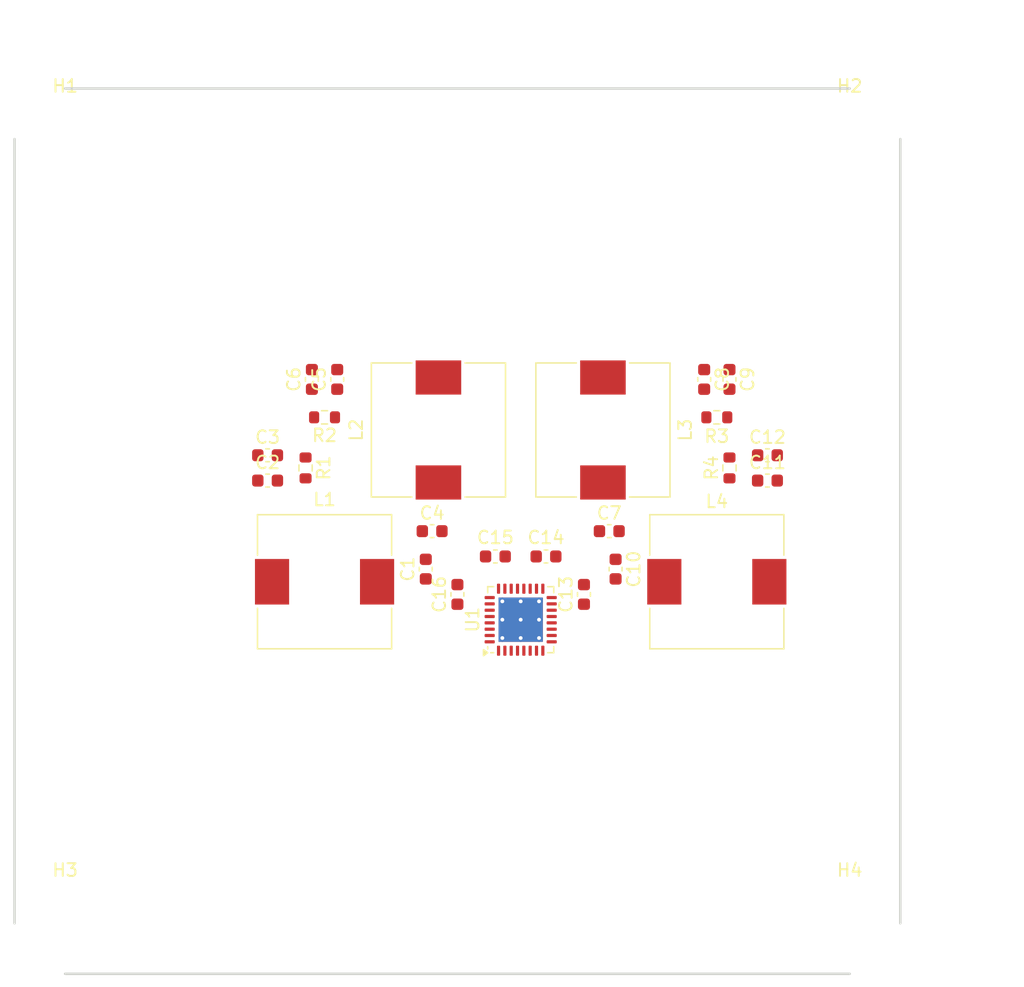
<source format=kicad_pcb>
(kicad_pcb (version 20240108) (generator "pcbnew") (generator_version "8.0")
  (layers (0 "F.Cu" signal) (31 "B.Cu" signal) (34 "B.Paste" user) (35 "F.Paste" user) (36 "B.SilkS" user "B.Silkscreen") (37 "F.SilkS" user "F.Silkscreen") (38 "B.Mask" user) (39 "F.Mask" user) (44 "Edge.Cuts" user))
  (net 0 "")
  (net 26 "GND")
  (net 27 "Net-(C2-Pad1)")
  (net 28 "Net-(C3-Pad2)")
  (net 29 "Net-(C5-Pad2)")
  (net 30 "Net-(C6-Pad1)")
  (net 31 "Net-(C8-Pad1)")
  (net 32 "Net-(C9-Pad2)")
  (net 33 "Net-(C11-Pad2)")
  (net 34 "Net-(C12-Pad1)")
  (net 35 "Net-(U1-OUTPR)")
  (net 36 "Net-(U1-OTNR)")
  (net 37 "Net-(U1-OUTNL)")
  (net 38 "Net-(U1-OUTPL)")
  (net 39 "Net-(U1-BSPL)")
  (net 40 "Net-(U1-BSNL)")
  (net 41 "Net-(U1-BSNR)")
  (net 42 "Net-(U1-BSPR)")
  (footprint "Capacitor_SMD:C_0603_1608Metric" (layer "F.Cu") (at 140 89)
    (property "Reference" "C3" (at 0 -1.43 360) (layer "F.SilkS"))
    (property "Value" "10nF")
    (fp_line (start -0.14058 -0.51) (end 0.14058 -0.51) (stroke (width 0.12)) (layer "F.SilkS"))
    (fp_line (start -0.14058 0.51) (end 0.14058 0.51) (stroke (width 0.12)) (layer "F.SilkS"))
    (pad "1" smd roundrect (at -0.775 0) (size 0.9 0.95) (layers "F.Cu" "F.Paste" "F.Mask") (net 27 "Net-(C2-Pad1)"))
    (pad "2" smd roundrect (at 0.775 0) (size 0.9 0.95) (layers "F.Cu" "F.Paste" "F.Mask") (net 28 "Net-(C3-Pad2)"))
  )
  (footprint "Capacitor_SMD:C_0603_1608Metric" (layer "F.Cu") (at 176.5 83 -90)
    (property "Reference" "C9" (at 0 -1.43 90) (layer "F.SilkS"))
    (property "Value" "10nF")
    (fp_line (start -0.14058 0.51) (end 0.14058 0.51) (stroke (width 0.12)) (layer "F.SilkS"))
    (fp_line (start -0.14058 -0.51) (end 0.14058 -0.51) (stroke (width 0.12)) (layer "F.SilkS"))
    (pad "1" smd roundrect (at -0.775 0 270) (size 0.9 0.95) (layers "F.Cu" "F.Paste" "F.Mask") (net 31 "Net-(C8-Pad1)"))
    (pad "2" smd roundrect (at 0.775 0 270) (size 0.9 0.95) (layers "F.Cu" "F.Paste" "F.Mask") (net 32 "Net-(C9-Pad2)"))
  )
  (footprint "MountingHole:MountingHole_3.2mm_M3" (layer "F.Cu") (at 124 126)
    (property "Reference" "H3" (at 0 -4.2 0) (layer "F.SilkS"))
    (property "Value" "MountingHole")
    (pad "" np_thru_hole circle (at 0 0) (size 3.2 3.2) (drill 3.2) (layers "*.Cu" "*.Mask"))
  )
  (footprint "Capacitor_SMD:C_0603_1608Metric" (layer "F.Cu") (at 143.5 83 90)
    (property "Reference" "C6" (at 0 -1.43 270) (layer "F.SilkS"))
    (property "Value" "10nF")
    (fp_line (start -0.14058 -0.51) (end 0.14058 -0.51) (stroke (width 0.12)) (layer "F.SilkS"))
    (fp_line (start -0.14058 0.51) (end 0.14058 0.51) (stroke (width 0.12)) (layer "F.SilkS"))
    (pad "1" smd roundrect (at -0.775 0 90) (size 0.9 0.95) (layers "F.Cu" "F.Paste" "F.Mask") (net 30 "Net-(C6-Pad1)"))
    (pad "2" smd roundrect (at 0.775 0 90) (size 0.9 0.95) (layers "F.Cu" "F.Paste" "F.Mask") (net 29 "Net-(C5-Pad2)"))
  )
  (footprint "Resistor_SMD:R_0603_1608Metric" (layer "F.Cu") (at 144.5 86 180)
    (property "Reference" "R2" (at 0 -1.43 180) (layer "F.SilkS"))
    (property "Value" "3R3")
    (fp_line (start -0.237258 0.5225) (end 0.237258 0.5225) (stroke (width 0.12)) (layer "F.SilkS"))
    (fp_line (start -0.237258 -0.5225) (end 0.237258 -0.5225) (stroke (width 0.12)) (layer "F.SilkS"))
    (pad "1" smd roundrect (at -0.825 0 180) (size 0.8 0.95) (layers "F.Cu" "F.Paste" "F.Mask") (net 26 "GND"))
    (pad "2" smd roundrect (at 0.825 0 180) (size 0.8 0.95) (layers "F.Cu" "F.Paste" "F.Mask") (net 30 "Net-(C6-Pad1)"))
  )
  (footprint "Capacitor_SMD:C_0603_1608Metric" (layer "F.Cu") (at 145.5 83 90)
    (property "Reference" "C5" (at 0 -1.43 270) (layer "F.SilkS"))
    (property "Value" "1nF")
    (fp_line (start -0.14058 -0.51) (end 0.14058 -0.51) (stroke (width 0.12)) (layer "F.SilkS"))
    (fp_line (start -0.14058 0.51) (end 0.14058 0.51) (stroke (width 0.12)) (layer "F.SilkS"))
    (pad "1" smd roundrect (at -0.775 0 90) (size 0.9 0.95) (layers "F.Cu" "F.Paste" "F.Mask") (net 26 "GND"))
    (pad "2" smd roundrect (at 0.775 0 90) (size 0.9 0.95) (layers "F.Cu" "F.Paste" "F.Mask") (net 29 "Net-(C5-Pad2)"))
  )
  (footprint "Capacitor_SMD:C_0603_1608Metric" (layer "F.Cu") (at 152.5 98 90)
    (property "Reference" "C1" (at 0 -1.43 270) (layer "F.SilkS"))
    (property "Value" "680nF")
    (fp_line (start -0.14058 -0.51) (end 0.14058 -0.51) (stroke (width 0.12)) (layer "F.SilkS"))
    (fp_line (start -0.14058 0.51) (end 0.14058 0.51) (stroke (width 0.12)) (layer "F.SilkS"))
    (pad "1" smd roundrect (at -0.775 0 90) (size 0.9 0.95) (layers "F.Cu" "F.Paste" "F.Mask") (net 35 "Net-(U1-OUTPR)"))
    (pad "2" smd roundrect (at 0.775 0 90) (size 0.9 0.95) (layers "F.Cu" "F.Paste" "F.Mask") (net 26 "GND"))
  )
  (footprint "Capacitor_SMD:C_0603_1608Metric" (layer "F.Cu") (at 162 97)
    (property "Reference" "C14" (at 0 -1.5 0) (layer "F.SilkS"))
    (property "Value" "220nF")
    (fp_line (start -0.14058 -0.51) (end 0.14058 -0.51) (stroke (width 0.12)) (layer "F.SilkS"))
    (fp_line (start -0.14058 0.51) (end 0.14058 0.51) (stroke (width 0.12)) (layer "F.SilkS"))
    (pad "1" smd roundrect (at -0.775 0) (size 0.9 0.95) (layers "F.Cu" "F.Paste" "F.Mask") (net 40 "Net-(U1-BSNL)"))
    (pad "2" smd roundrect (at 0.775 0) (size 0.9 0.95) (layers "F.Cu" "F.Paste" "F.Mask") (net 37 "Net-(U1-OUTNL)"))
  )
  (footprint "Capacitor_SMD:C_0603_1608Metric" (layer "F.Cu") (at 179.5 89)
    (property "Reference" "C12" (at 0 -1.43 360) (layer "F.SilkS"))
    (property "Value" "10nF")
    (fp_line (start -0.14058 -0.51) (end 0.14058 -0.51) (stroke (width 0.12)) (layer "F.SilkS"))
    (fp_line (start -0.14058 0.51) (end 0.14058 0.51) (stroke (width 0.12)) (layer "F.SilkS"))
    (pad "1" smd roundrect (at -0.775 0) (size 0.9 0.95) (layers "F.Cu" "F.Paste" "F.Mask") (net 34 "Net-(C12-Pad1)"))
    (pad "2" smd roundrect (at 0.775 0) (size 0.9 0.95) (layers "F.Cu" "F.Paste" "F.Mask") (net 33 "Net-(C11-Pad2)"))
  )
  (footprint "Capacitor_SMD:C_0603_1608Metric" (layer "F.Cu") (at 153 95)
    (property "Reference" "C4" (at 0 -1.43 0) (layer "F.SilkS"))
    (property "Value" "680nF")
    (fp_line (start -0.14058 -0.51) (end 0.14058 -0.51) (stroke (width 0.12)) (layer "F.SilkS"))
    (fp_line (start -0.14058 0.51) (end 0.14058 0.51) (stroke (width 0.12)) (layer "F.SilkS"))
    (pad "1" smd roundrect (at -0.775 0) (size 0.9 0.95) (layers "F.Cu" "F.Paste" "F.Mask") (net 26 "GND"))
    (pad "2" smd roundrect (at 0.775 0) (size 0.9 0.95) (layers "F.Cu" "F.Paste" "F.Mask") (net 36 "Net-(U1-OTNR)"))
  )
  (footprint "Capacitor_SMD:C_0603_1608Metric" (layer "F.Cu") (at 155 100 90)
    (property "Reference" "C16" (at 0 -1.43 -90) (layer "F.SilkS"))
    (property "Value" "220nF")
    (fp_line (start -0.14058 -0.51) (end 0.14058 -0.51) (stroke (width 0.12)) (layer "F.SilkS"))
    (fp_line (start -0.14058 0.51) (end 0.14058 0.51) (stroke (width 0.12)) (layer "F.SilkS"))
    (pad "1" smd roundrect (at -0.775 0 90) (size 0.9 0.95) (layers "F.Cu" "F.Paste" "F.Mask") (net 42 "Net-(U1-BSPR)"))
    (pad "2" smd roundrect (at 0.775 0 90) (size 0.9 0.95) (layers "F.Cu" "F.Paste" "F.Mask") (net 35 "Net-(U1-OUTPR)"))
  )
  (footprint "Resistor_SMD:R_0603_1608Metric" (layer "F.Cu") (at 175.5 86 180)
    (property "Reference" "R3" (at 0 -1.5 180) (layer "F.SilkS"))
    (property "Value" "3R3")
    (fp_line (start -0.237258 0.5225) (end 0.237258 0.5225) (stroke (width 0.12)) (layer "F.SilkS"))
    (fp_line (start -0.237258 -0.5225) (end 0.237258 -0.5225) (stroke (width 0.12)) (layer "F.SilkS"))
    (pad "1" smd roundrect (at -0.825 0 180) (size 0.8 0.95) (layers "F.Cu" "F.Paste" "F.Mask") (net 32 "Net-(C9-Pad2)"))
    (pad "2" smd roundrect (at 0.825 0 180) (size 0.8 0.95) (layers "F.Cu" "F.Paste" "F.Mask") (net 26 "GND"))
  )
  (footprint "Capacitor_SMD:C_0603_1608Metric" (layer "F.Cu") (at 167.5 98 -90)
    (property "Reference" "C10" (at 0 -1.43 90) (layer "F.SilkS"))
    (property "Value" "680nF")
    (fp_line (start -0.14058 0.51) (end 0.14058 0.51) (stroke (width 0.12)) (layer "F.SilkS"))
    (fp_line (start -0.14058 -0.51) (end 0.14058 -0.51) (stroke (width 0.12)) (layer "F.SilkS"))
    (pad "1" smd roundrect (at -0.775 0 270) (size 0.9 0.95) (layers "F.Cu" "F.Paste" "F.Mask") (net 26 "GND"))
    (pad "2" smd roundrect (at 0.775 0 270) (size 0.9 0.95) (layers "F.Cu" "F.Paste" "F.Mask") (net 38 "Net-(U1-OUTPL)"))
  )
  (footprint "Resistor_SMD:R_0603_1608Metric" (layer "F.Cu") (at 143 90 -90)
    (property "Reference" "R1" (at 0 -1.43 90) (layer "F.SilkS"))
    (property "Value" "3R3")
    (fp_line (start -0.237258 0.5225) (end 0.237258 0.5225) (stroke (width 0.12)) (layer "F.SilkS"))
    (fp_line (start -0.237258 -0.5225) (end 0.237258 -0.5225) (stroke (width 0.12)) (layer "F.SilkS"))
    (pad "1" smd roundrect (at -0.825 0 270) (size 0.8 0.95) (layers "F.Cu" "F.Paste" "F.Mask") (net 28 "Net-(C3-Pad2)"))
    (pad "2" smd roundrect (at 0.825 0 270) (size 0.8 0.95) (layers "F.Cu" "F.Paste" "F.Mask") (net 26 "GND"))
  )
  (footprint "Resistor_SMD:R_0603_1608Metric" (layer "F.Cu") (at 176.5 90 90)
    (property "Reference" "R4" (at 0 -1.43 270) (layer "F.SilkS"))
    (property "Value" "3R3")
    (fp_line (start -0.237258 -0.5225) (end 0.237258 -0.5225) (stroke (width 0.12)) (layer "F.SilkS"))
    (fp_line (start -0.237258 0.5225) (end 0.237258 0.5225) (stroke (width 0.12)) (layer "F.SilkS"))
    (pad "1" smd roundrect (at -0.825 0 90) (size 0.8 0.95) (layers "F.Cu" "F.Paste" "F.Mask") (net 26 "GND"))
    (pad "2" smd roundrect (at 0.825 0 90) (size 0.8 0.95) (layers "F.Cu" "F.Paste" "F.Mask") (net 34 "Net-(C12-Pad1)"))
  )
  (footprint "Inductor_SMD:L_10.4x10.4_H4.8" (layer "F.Cu") (at 166.5 87 -90)
    (property "Reference" "L3" (at 0 -6.5 90) (layer "F.SilkS"))
    (property "Value" "10uH")
    (fp_line (start -5.3 5.3) (end -5.3 2.1) (stroke (width 0.12)) (layer "F.SilkS"))
    (fp_line (start 5.3 5.3) (end -5.3 5.3) (stroke (width 0.12)) (layer "F.SilkS"))
    (fp_line (start 5.3 2.1) (end 5.3 5.3) (stroke (width 0.12)) (layer "F.SilkS"))
    (fp_line (start -5.3 -2.1) (end -5.3 -5.3) (stroke (width 0.12)) (layer "F.SilkS"))
    (fp_line (start -5.3 -5.3) (end 5.3 -5.3) (stroke (width 0.12)) (layer "F.SilkS"))
    (fp_line (start 5.3 -5.3) (end 5.3 -2.1) (stroke (width 0.12)) (layer "F.SilkS"))
    (pad "1" smd rect (at -4.15 0 270) (size 2.7 3.6) (layers "F.Cu" "F.Paste" "F.Mask") (net 31 "Net-(C8-Pad1)"))
    (pad "2" smd rect (at 4.15 0 270) (size 2.7 3.6) (layers "F.Cu" "F.Paste" "F.Mask") (net 37 "Net-(U1-OUTNL)"))
  )
  (footprint "MountingHole:MountingHole_3.2mm_M3" (layer "F.Cu") (at 186 64)
    (property "Reference" "H2" (at 0 -4.2 0) (layer "F.SilkS"))
    (property "Value" "MountingHole")
    (pad "" np_thru_hole circle (at 0 0) (size 3.2 3.2) (drill 3.2) (layers "*.Cu" "*.Mask"))
  )
  (footprint "Capacitor_SMD:C_0603_1608Metric" (layer "F.Cu") (at 174.5 83 -90)
    (property "Reference" "C8" (at 0 -1.43 90) (layer "F.SilkS"))
    (property "Value" "1nF")
    (fp_line (start -0.14058 0.51) (end 0.14058 0.51) (stroke (width 0.12)) (layer "F.SilkS"))
    (fp_line (start -0.14058 -0.51) (end 0.14058 -0.51) (stroke (width 0.12)) (layer "F.SilkS"))
    (pad "1" smd roundrect (at -0.775 0 270) (size 0.9 0.95) (layers "F.Cu" "F.Paste" "F.Mask") (net 31 "Net-(C8-Pad1)"))
    (pad "2" smd roundrect (at 0.775 0 270) (size 0.9 0.95) (layers "F.Cu" "F.Paste" "F.Mask") (net 26 "GND"))
  )
  (footprint "Capacitor_SMD:C_0603_1608Metric" (layer "F.Cu") (at 167 95)
    (property "Reference" "C7" (at 0 -1.43 0) (layer "F.SilkS"))
    (property "Value" "680nF")
    (fp_line (start -0.14058 -0.51) (end 0.14058 -0.51) (stroke (width 0.12)) (layer "F.SilkS"))
    (fp_line (start -0.14058 0.51) (end 0.14058 0.51) (stroke (width 0.12)) (layer "F.SilkS"))
    (pad "1" smd roundrect (at -0.775 0) (size 0.9 0.95) (layers "F.Cu" "F.Paste" "F.Mask") (net 37 "Net-(U1-OUTNL)"))
    (pad "2" smd roundrect (at 0.775 0) (size 0.9 0.95) (layers "F.Cu" "F.Paste" "F.Mask") (net 26 "GND"))
  )
  (footprint "MountingHole:MountingHole_3.2mm_M3" (layer "F.Cu") (at 186 126)
    (property "Reference" "H4" (at 0 -4.2 0) (layer "F.SilkS"))
    (property "Value" "MountingHole")
    (pad "" np_thru_hole circle (at 0 0) (size 3.2 3.2) (drill 3.2) (layers "*.Cu" "*.Mask"))
  )
  (footprint "Capacitor_SMD:C_0603_1608Metric" (layer "F.Cu") (at 179.5 91)
    (property "Reference" "C11" (at 0 -1.43 360) (layer "F.SilkS"))
    (property "Value" "1nF")
    (fp_line (start -0.14058 -0.51) (end 0.14058 -0.51) (stroke (width 0.12)) (layer "F.SilkS"))
    (fp_line (start -0.14058 0.51) (end 0.14058 0.51) (stroke (width 0.12)) (layer "F.SilkS"))
    (pad "1" smd roundrect (at -0.775 0) (size 0.9 0.95) (layers "F.Cu" "F.Paste" "F.Mask") (net 26 "GND"))
    (pad "2" smd roundrect (at 0.775 0) (size 0.9 0.95) (layers "F.Cu" "F.Paste" "F.Mask") (net 33 "Net-(C11-Pad2)"))
  )
  (footprint "Capacitor_SMD:C_0603_1608Metric" (layer "F.Cu") (at 158 97 180)
    (property "Reference" "C15" (at 0 1.5 180) (layer "F.SilkS"))
    (property "Value" "220nF")
    (fp_line (start -0.14058 0.51) (end 0.14058 0.51) (stroke (width 0.12)) (layer "F.SilkS"))
    (fp_line (start -0.14058 -0.51) (end 0.14058 -0.51) (stroke (width 0.12)) (layer "F.SilkS"))
    (pad "1" smd roundrect (at -0.775 0 180) (size 0.9 0.95) (layers "F.Cu" "F.Paste" "F.Mask") (net 41 "Net-(U1-BSNR)"))
    (pad "2" smd roundrect (at 0.775 0 180) (size 0.9 0.95) (layers "F.Cu" "F.Paste" "F.Mask") (net 36 "Net-(U1-OTNR)"))
  )
  (footprint "Inductor_SMD:L_10.4x10.4_H4.8" (layer "F.Cu") (at 153.5 87 -90)
    (property "Reference" "L2" (at 0 6.5 90) (layer "F.SilkS"))
    (property "Value" "10uH")
    (fp_line (start -5.3 5.3) (end -5.3 2.1) (stroke (width 0.12)) (layer "F.SilkS"))
    (fp_line (start 5.3 5.3) (end -5.3 5.3) (stroke (width 0.12)) (layer "F.SilkS"))
    (fp_line (start 5.3 2.1) (end 5.3 5.3) (stroke (width 0.12)) (layer "F.SilkS"))
    (fp_line (start -5.3 -2.1) (end -5.3 -5.3) (stroke (width 0.12)) (layer "F.SilkS"))
    (fp_line (start -5.3 -5.3) (end 5.3 -5.3) (stroke (width 0.12)) (layer "F.SilkS"))
    (fp_line (start 5.3 -5.3) (end 5.3 -2.1) (stroke (width 0.12)) (layer "F.SilkS"))
    (pad "1" smd rect (at -4.15 0 270) (size 2.7 3.6) (layers "F.Cu" "F.Paste" "F.Mask") (net 29 "Net-(C5-Pad2)"))
    (pad "2" smd rect (at 4.15 0 270) (size 2.7 3.6) (layers "F.Cu" "F.Paste" "F.Mask") (net 36 "Net-(U1-OTNR)"))
  )
  (footprint "Capacitor_SMD:C_0603_1608Metric" (layer "F.Cu") (at 165 100 90)
    (property "Reference" "C13" (at 0 -1.43 -90) (layer "F.SilkS"))
    (property "Value" "220nF")
    (fp_line (start -0.14058 -0.51) (end 0.14058 -0.51) (stroke (width 0.12)) (layer "F.SilkS"))
    (fp_line (start -0.14058 0.51) (end 0.14058 0.51) (stroke (width 0.12)) (layer "F.SilkS"))
    (pad "1" smd roundrect (at -0.775 0 90) (size 0.9 0.95) (layers "F.Cu" "F.Paste" "F.Mask") (net 39 "Net-(U1-BSPL)"))
    (pad "2" smd roundrect (at 0.775 0 90) (size 0.9 0.95) (layers "F.Cu" "F.Paste" "F.Mask") (net 38 "Net-(U1-OUTPL)"))
  )
  (footprint "Inductor_SMD:L_10.4x10.4_H4.8" (layer "F.Cu") (at 175.5 99)
    (property "Reference" "L4" (at 0 -6.35 360) (layer "F.SilkS"))
    (property "Value" "10uH")
    (fp_line (start -5.3 -5.3) (end 5.3 -5.3) (stroke (width 0.12)) (layer "F.SilkS"))
    (fp_line (start -5.3 -2.1) (end -5.3 -5.3) (stroke (width 0.12)) (layer "F.SilkS"))
    (fp_line (start -5.3 5.3) (end -5.3 2.1) (stroke (width 0.12)) (layer "F.SilkS"))
    (fp_line (start 5.3 -5.3) (end 5.3 -2.1) (stroke (width 0.12)) (layer "F.SilkS"))
    (fp_line (start 5.3 2.1) (end 5.3 5.3) (stroke (width 0.12)) (layer "F.SilkS"))
    (fp_line (start 5.3 5.3) (end -5.3 5.3) (stroke (width 0.12)) (layer "F.SilkS"))
    (pad "1" smd rect (at -4.15 0) (size 2.7 3.6) (layers "F.Cu" "F.Paste" "F.Mask") (net 38 "Net-(U1-OUTPL)"))
    (pad "2" smd rect (at 4.15 0) (size 2.7 3.6) (layers "F.Cu" "F.Paste" "F.Mask") (net 33 "Net-(C11-Pad2)"))
  )
  (footprint "Package_DFN_QFN:VQFN-32-1EP_5x5mm_P0.5mm_EP3.5x3.5mm_ThermalVias" (layer "F.Cu") (at 160 102 90)
    (property "Reference" "U1" (at 0 -3.8 -90) (layer "F.SilkS"))
    (property "Value" "TPA313xD2")
    (fp_line (start 2.61 -2.61) (end 2.61 -2.135) (stroke (width 0.12)) (layer "F.SilkS"))
    (fp_line (start 2.135 -2.61) (end 2.61 -2.61) (stroke (width 0.12)) (layer "F.SilkS"))
    (fp_line (start -2.135 -2.61) (end -2.31 -2.61) (stroke (width 0.12)) (layer "F.SilkS"))
    (fp_line (start -2.61 -2.135) (end -2.61 -2.37) (stroke (width 0.12)) (layer "F.SilkS"))
    (fp_line (start 2.61 2.61) (end 2.61 2.135) (stroke (width 0.12)) (layer "F.SilkS"))
    (fp_line (start 2.135 2.61) (end 2.61 2.61) (stroke (width 0.12)) (layer "F.SilkS"))
    (fp_line (start -2.135 2.61) (end -2.61 2.61) (stroke (width 0.12)) (layer "F.SilkS"))
    (fp_line (start -2.61 2.61) (end -2.61 2.135) (stroke (width 0.12)) (layer "F.SilkS"))
    (fp_poly (pts (xy -2.61 -2.61) (xy -2.85 -2.94) (xy -2.37 -2.94) (xy -2.61 -2.61)) (stroke (width 0.12)) (fill solid) (layer "F.SilkS"))
    (pad "1" smd roundrect (at -2.45 -1.75 90) (size 0.8 0.25) (layers "F.Cu" "F.Paste" "F.Mask"))
    (pad "2" smd roundrect (at -2.45 -1.25 90) (size 0.8 0.25) (layers "F.Cu" "F.Paste" "F.Mask"))
    (pad "3" smd roundrect (at -2.45 -0.75 90) (size 0.8 0.25) (layers "F.Cu" "F.Paste" "F.Mask"))
    (pad "4" smd roundrect (at -2.45 -0.25 90) (size 0.8 0.25) (layers "F.Cu" "F.Paste" "F.Mask"))
    (pad "5" smd roundrect (at -2.45 0.25 90) (size 0.8 0.25) (layers "F.Cu" "F.Paste" "F.Mask"))
    (pad "6" smd roundrect (at -2.45 0.75 90) (size 0.8 0.25) (layers "F.Cu" "F.Paste" "F.Mask"))
    (pad "7" smd roundrect (at -2.45 1.25 90) (size 0.8 0.25) (layers "F.Cu" "F.Paste" "F.Mask"))
    (pad "8" smd roundrect (at -2.45 1.75 90) (size 0.8 0.25) (layers "F.Cu" "F.Paste" "F.Mask"))
    (pad "9" smd roundrect (at -1.75 2.45 90) (size 0.25 0.8) (layers "F.Cu" "F.Paste" "F.Mask"))
    (pad "10" smd roundrect (at -1.25 2.45 90) (size 0.25 0.8) (layers "F.Cu" "F.Paste" "F.Mask"))
    (pad "11" smd roundrect (at -0.75 2.45 90) (size 0.25 0.8) (layers "F.Cu" "F.Paste" "F.Mask"))
    (pad "12" smd roundrect (at -0.25 2.45 90) (size 0.25 0.8) (layers "F.Cu" "F.Paste" "F.Mask"))
    (pad "13" smd roundrect (at 0.25 2.45 90) (size 0.25 0.8) (layers "F.Cu" "F.Paste" "F.Mask"))
    (pad "14" smd roundrect (at 0.75 2.45 90) (size 0.25 0.8) (layers "F.Cu" "F.Paste" "F.Mask"))
    (pad "15" smd roundrect (at 1.25 2.45 90) (size 0.25 0.8) (layers "F.Cu" "F.Paste" "F.Mask") (net 39 "Net-(U1-BSPL)"))
    (pad "16" smd roundrect (at 1.75 2.45 90) (size 0.25 0.8) (layers "F.Cu" "F.Paste" "F.Mask") (net 38 "Net-(U1-OUTPL)"))
    (pad "17" smd roundrect (at 2.45 1.75 90) (size 0.8 0.25) (layers "F.Cu" "F.Paste" "F.Mask"))
    (pad "18" smd roundrect (at 2.45 1.25 90) (size 0.8 0.25) (layers "F.Cu" "F.Paste" "F.Mask") (net 37 "Net-(U1-OUTNL)"))
    (pad "19" smd roundrect (at 2.45 0.75 90) (size 0.8 0.25) (layers "F.Cu" "F.Paste" "F.Mask") (net 40 "Net-(U1-BSNL)"))
    (pad "20" smd roundrect (at 2.45 0.25 90) (size 0.8 0.25) (layers "F.Cu" "F.Paste" "F.Mask"))
    (pad "21" smd roundrect (at 2.45 -0.25 90) (size 0.8 0.25) (layers "F.Cu" "F.Paste" "F.Mask"))
    (pad "22" smd roundrect (at 2.45 -0.75 90) (size 0.8 0.25) (layers "F.Cu" "F.Paste" "F.Mask") (net 41 "Net-(U1-BSNR)"))
    (pad "23" smd roundrect (at 2.45 -1.25 90) (size 0.8 0.25) (layers "F.Cu" "F.Paste" "F.Mask") (net 36 "Net-(U1-OTNR)"))
    (pad "24" smd roundrect (at 2.45 -1.75 90) (size 0.8 0.25) (layers "F.Cu" "F.Paste" "F.Mask"))
    (pad "25" smd roundrect (at 1.75 -2.45 90) (size 0.25 0.8) (layers "F.Cu" "F.Paste" "F.Mask") (net 35 "Net-(U1-OUTPR)"))
    (pad "26" smd roundrect (at 1.25 -2.45 90) (size 0.25 0.8) (layers "F.Cu" "F.Paste" "F.Mask") (net 42 "Net-(U1-BSPR)"))
    (pad "27" smd roundrect (at 0.75 -2.45 90) (size 0.25 0.8) (layers "F.Cu" "F.Paste" "F.Mask"))
    (pad "28" smd roundrect (at 0.25 -2.45 90) (size 0.25 0.8) (layers "F.Cu" "F.Paste" "F.Mask"))
    (pad "29" smd roundrect (at -0.25 -2.45 90) (size 0.25 0.8) (layers "F.Cu" "F.Paste" "F.Mask"))
    (pad "30" smd roundrect (at -0.75 -2.45 90) (size 0.25 0.8) (layers "F.Cu" "F.Paste" "F.Mask"))
    (pad "31" smd roundrect (at -1.25 -2.45 90) (size 0.25 0.8) (layers "F.Cu" "F.Paste" "F.Mask"))
    (pad "32" smd roundrect (at -1.75 -2.45 90) (size 0.25 0.8) (layers "F.Cu" "F.Paste" "F.Mask"))
    (pad "33" thru_hole circle (at -1.45 -1.45 90) (size 0.6 0.6) (drill 0.3) (property pad_prop_heatsink) (layers "*.Cu"))
    (pad "33" thru_hole circle (at -1.45 0 90) (size 0.6 0.6) (drill 0.3) (property pad_prop_heatsink) (layers "*.Cu"))
    (pad "33" thru_hole circle (at -1.45 1.45 90) (size 0.6 0.6) (drill 0.3) (property pad_prop_heatsink) (layers "*.Cu"))
    (pad "33" thru_hole circle (at 0 -1.45 90) (size 0.6 0.6) (drill 0.3) (property pad_prop_heatsink) (layers "*.Cu"))
    (pad "33" thru_hole circle (at 0 0 90) (size 0.6 0.6) (drill 0.3) (property pad_prop_heatsink) (layers "*.Cu"))
    (pad "33" smd rect (at 0 0 90) (size 3.5 3.5) (property pad_prop_heatsink) (layers "F.Cu" "F.Mask"))
    (pad "33" smd rect (at 0 0 90) (size 3.5 3.5) (property pad_prop_heatsink) (layers "B.Cu"))
    (pad "33" thru_hole circle (at 0 1.45 90) (size 0.6 0.6) (drill 0.3) (property pad_prop_heatsink) (layers "*.Cu"))
    (pad "33" thru_hole circle (at 1.45 -1.45 90) (size 0.6 0.6) (drill 0.3) (property pad_prop_heatsink) (layers "*.Cu"))
    (pad "33" thru_hole circle (at 1.45 0 90) (size 0.6 0.6) (drill 0.3) (property pad_prop_heatsink) (layers "*.Cu"))
    (pad "33" thru_hole circle (at 1.45 1.45 90) (size 0.6 0.6) (drill 0.3) (property pad_prop_heatsink) (layers "*.Cu"))
  )
  (footprint "Inductor_SMD:L_10.4x10.4_H4.8" (layer "F.Cu") (at 144.5 99 180)
    (property "Reference" "L1" (at 0 6.5 180) (layer "F.SilkS"))
    (property "Value" "10uH")
    (fp_line (start 5.3 5.3) (end -5.3 5.3) (stroke (width 0.12)) (layer "F.SilkS"))
    (fp_line (start 5.3 2.1) (end 5.3 5.3) (stroke (width 0.12)) (layer "F.SilkS"))
    (fp_line (start 5.3 -5.3) (end 5.3 -2.1) (stroke (width 0.12)) (layer "F.SilkS"))
    (fp_line (start -5.3 5.3) (end -5.3 2.1) (stroke (width 0.12)) (layer "F.SilkS"))
    (fp_line (start -5.3 -2.1) (end -5.3 -5.3) (stroke (width 0.12)) (layer "F.SilkS"))
    (fp_line (start -5.3 -5.3) (end 5.3 -5.3) (stroke (width 0.12)) (layer "F.SilkS"))
    (pad "1" smd rect (at -4.15 0 180) (size 2.7 3.6) (layers "F.Cu" "F.Paste" "F.Mask") (net 35 "Net-(U1-OUTPR)"))
    (pad "2" smd rect (at 4.15 0 180) (size 2.7 3.6) (layers "F.Cu" "F.Paste" "F.Mask") (net 27 "Net-(C2-Pad1)"))
  )
  (footprint "MountingHole:MountingHole_3.2mm_M3" (layer "F.Cu") (at 124 64)
    (property "Reference" "H1" (at 0 -4.2 0) (layer "F.SilkS"))
    (property "Value" "MountingHole")
    (pad "" np_thru_hole circle (at 0 0) (size 3.2 3.2) (drill 3.2) (layers "*.Cu" "*.Mask"))
  )
  (footprint "Capacitor_SMD:C_0603_1608Metric" (layer "F.Cu") (at 140 91)
    (property "Reference" "C2" (at 0 -1.43 360) (layer "F.SilkS"))
    (property "Value" "1nF")
    (fp_line (start -0.14058 -0.51) (end 0.14058 -0.51) (stroke (width 0.12)) (layer "F.SilkS"))
    (fp_line (start -0.14058 0.51) (end 0.14058 0.51) (stroke (width 0.12)) (layer "F.SilkS"))
    (pad "1" smd roundrect (at -0.775 0) (size 0.9 0.95) (layers "F.Cu" "F.Paste" "F.Mask") (net 27 "Net-(C2-Pad1)"))
    (pad "2" smd roundrect (at 0.775 0) (size 0.9 0.95) (layers "F.Cu" "F.Paste" "F.Mask") (net 26 "GND"))
  )
  (gr_line (start 120 64) (end 120 126) (stroke (width 0.2)) (layer "Edge.Cuts"))
  (gr_line (start 186 60) (end 124 60) (stroke (width 0.2)) (layer "Edge.Cuts"))
  (gr_line (start 190 126) (end 190 64) (stroke (width 0.2)) (layer "Edge.Cuts"))
  (gr_line (start 124 130) (end 186 130) (stroke (width 0.2)) (layer "Edge.Cuts"))
)
</source>
